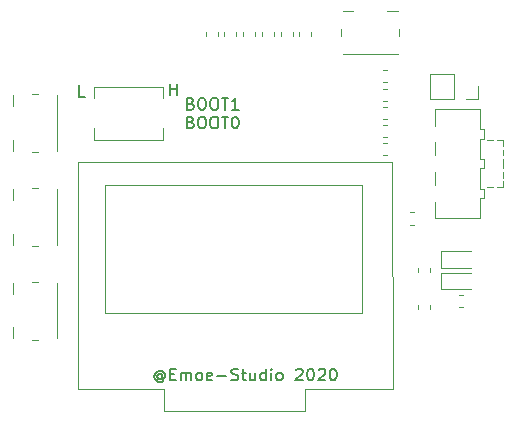
<source format=gbr>
G04 #@! TF.GenerationSoftware,KiCad,Pcbnew,(5.1.5)-2*
G04 #@! TF.CreationDate,2020-06-18T10:42:50+08:00*
G04 #@! TF.ProjectId,EVMeter_V2.0,45564d65-7465-4725-9f56-322e302e6b69,rev?*
G04 #@! TF.SameCoordinates,Original*
G04 #@! TF.FileFunction,Legend,Top*
G04 #@! TF.FilePolarity,Positive*
%FSLAX46Y46*%
G04 Gerber Fmt 4.6, Leading zero omitted, Abs format (unit mm)*
G04 Created by KiCad (PCBNEW (5.1.5)-2) date 2020-06-18 10:42:50*
%MOMM*%
%LPD*%
G04 APERTURE LIST*
%ADD10C,0.150000*%
%ADD11C,0.120000*%
G04 APERTURE END LIST*
D10*
X122682880Y-90971690D02*
X122635261Y-90924071D01*
X122540023Y-90876452D01*
X122444785Y-90876452D01*
X122349547Y-90924071D01*
X122301928Y-90971690D01*
X122254309Y-91066928D01*
X122254309Y-91162166D01*
X122301928Y-91257404D01*
X122349547Y-91305023D01*
X122444785Y-91352642D01*
X122540023Y-91352642D01*
X122635261Y-91305023D01*
X122682880Y-91257404D01*
X122682880Y-90876452D02*
X122682880Y-91257404D01*
X122730500Y-91305023D01*
X122778119Y-91305023D01*
X122873357Y-91257404D01*
X122920976Y-91162166D01*
X122920976Y-90924071D01*
X122825738Y-90781214D01*
X122682880Y-90685976D01*
X122492404Y-90638357D01*
X122301928Y-90685976D01*
X122159071Y-90781214D01*
X122063833Y-90924071D01*
X122016214Y-91114547D01*
X122063833Y-91305023D01*
X122159071Y-91447880D01*
X122301928Y-91543119D01*
X122492404Y-91590738D01*
X122682880Y-91543119D01*
X122825738Y-91447880D01*
X123349547Y-90924071D02*
X123682880Y-90924071D01*
X123825738Y-91447880D02*
X123349547Y-91447880D01*
X123349547Y-90447880D01*
X123825738Y-90447880D01*
X124254309Y-91447880D02*
X124254309Y-90781214D01*
X124254309Y-90876452D02*
X124301928Y-90828833D01*
X124397166Y-90781214D01*
X124540023Y-90781214D01*
X124635261Y-90828833D01*
X124682880Y-90924071D01*
X124682880Y-91447880D01*
X124682880Y-90924071D02*
X124730500Y-90828833D01*
X124825738Y-90781214D01*
X124968595Y-90781214D01*
X125063833Y-90828833D01*
X125111452Y-90924071D01*
X125111452Y-91447880D01*
X125730500Y-91447880D02*
X125635261Y-91400261D01*
X125587642Y-91352642D01*
X125540023Y-91257404D01*
X125540023Y-90971690D01*
X125587642Y-90876452D01*
X125635261Y-90828833D01*
X125730500Y-90781214D01*
X125873357Y-90781214D01*
X125968595Y-90828833D01*
X126016214Y-90876452D01*
X126063833Y-90971690D01*
X126063833Y-91257404D01*
X126016214Y-91352642D01*
X125968595Y-91400261D01*
X125873357Y-91447880D01*
X125730500Y-91447880D01*
X126873357Y-91400261D02*
X126778119Y-91447880D01*
X126587642Y-91447880D01*
X126492404Y-91400261D01*
X126444785Y-91305023D01*
X126444785Y-90924071D01*
X126492404Y-90828833D01*
X126587642Y-90781214D01*
X126778119Y-90781214D01*
X126873357Y-90828833D01*
X126920976Y-90924071D01*
X126920976Y-91019309D01*
X126444785Y-91114547D01*
X127349547Y-91066928D02*
X128111452Y-91066928D01*
X128540023Y-91400261D02*
X128682880Y-91447880D01*
X128920976Y-91447880D01*
X129016214Y-91400261D01*
X129063833Y-91352642D01*
X129111452Y-91257404D01*
X129111452Y-91162166D01*
X129063833Y-91066928D01*
X129016214Y-91019309D01*
X128920976Y-90971690D01*
X128730500Y-90924071D01*
X128635261Y-90876452D01*
X128587642Y-90828833D01*
X128540023Y-90733595D01*
X128540023Y-90638357D01*
X128587642Y-90543119D01*
X128635261Y-90495500D01*
X128730500Y-90447880D01*
X128968595Y-90447880D01*
X129111452Y-90495500D01*
X129397166Y-90781214D02*
X129778119Y-90781214D01*
X129540023Y-90447880D02*
X129540023Y-91305023D01*
X129587642Y-91400261D01*
X129682880Y-91447880D01*
X129778119Y-91447880D01*
X130540023Y-90781214D02*
X130540023Y-91447880D01*
X130111452Y-90781214D02*
X130111452Y-91305023D01*
X130159071Y-91400261D01*
X130254309Y-91447880D01*
X130397166Y-91447880D01*
X130492404Y-91400261D01*
X130540023Y-91352642D01*
X131444785Y-91447880D02*
X131444785Y-90447880D01*
X131444785Y-91400261D02*
X131349547Y-91447880D01*
X131159071Y-91447880D01*
X131063833Y-91400261D01*
X131016214Y-91352642D01*
X130968595Y-91257404D01*
X130968595Y-90971690D01*
X131016214Y-90876452D01*
X131063833Y-90828833D01*
X131159071Y-90781214D01*
X131349547Y-90781214D01*
X131444785Y-90828833D01*
X131920976Y-91447880D02*
X131920976Y-90781214D01*
X131920976Y-90447880D02*
X131873357Y-90495500D01*
X131920976Y-90543119D01*
X131968595Y-90495500D01*
X131920976Y-90447880D01*
X131920976Y-90543119D01*
X132540023Y-91447880D02*
X132444785Y-91400261D01*
X132397166Y-91352642D01*
X132349547Y-91257404D01*
X132349547Y-90971690D01*
X132397166Y-90876452D01*
X132444785Y-90828833D01*
X132540023Y-90781214D01*
X132682880Y-90781214D01*
X132778119Y-90828833D01*
X132825738Y-90876452D01*
X132873357Y-90971690D01*
X132873357Y-91257404D01*
X132825738Y-91352642D01*
X132778119Y-91400261D01*
X132682880Y-91447880D01*
X132540023Y-91447880D01*
X134016214Y-90543119D02*
X134063833Y-90495500D01*
X134159071Y-90447880D01*
X134397166Y-90447880D01*
X134492404Y-90495500D01*
X134540023Y-90543119D01*
X134587642Y-90638357D01*
X134587642Y-90733595D01*
X134540023Y-90876452D01*
X133968595Y-91447880D01*
X134587642Y-91447880D01*
X135206690Y-90447880D02*
X135301928Y-90447880D01*
X135397166Y-90495500D01*
X135444785Y-90543119D01*
X135492404Y-90638357D01*
X135540023Y-90828833D01*
X135540023Y-91066928D01*
X135492404Y-91257404D01*
X135444785Y-91352642D01*
X135397166Y-91400261D01*
X135301928Y-91447880D01*
X135206690Y-91447880D01*
X135111452Y-91400261D01*
X135063833Y-91352642D01*
X135016214Y-91257404D01*
X134968595Y-91066928D01*
X134968595Y-90828833D01*
X135016214Y-90638357D01*
X135063833Y-90543119D01*
X135111452Y-90495500D01*
X135206690Y-90447880D01*
X135920976Y-90543119D02*
X135968595Y-90495500D01*
X136063833Y-90447880D01*
X136301928Y-90447880D01*
X136397166Y-90495500D01*
X136444785Y-90543119D01*
X136492404Y-90638357D01*
X136492404Y-90733595D01*
X136444785Y-90876452D01*
X135873357Y-91447880D01*
X136492404Y-91447880D01*
X137111452Y-90447880D02*
X137206690Y-90447880D01*
X137301928Y-90495500D01*
X137349547Y-90543119D01*
X137397166Y-90638357D01*
X137444785Y-90828833D01*
X137444785Y-91066928D01*
X137397166Y-91257404D01*
X137349547Y-91352642D01*
X137301928Y-91400261D01*
X137206690Y-91447880D01*
X137111452Y-91447880D01*
X137016214Y-91400261D01*
X136968595Y-91352642D01*
X136920976Y-91257404D01*
X136873357Y-91066928D01*
X136873357Y-90828833D01*
X136920976Y-90638357D01*
X136968595Y-90543119D01*
X137016214Y-90495500D01*
X137111452Y-90447880D01*
X125103166Y-68000571D02*
X125246023Y-68048190D01*
X125293642Y-68095809D01*
X125341261Y-68191047D01*
X125341261Y-68333904D01*
X125293642Y-68429142D01*
X125246023Y-68476761D01*
X125150785Y-68524380D01*
X124769833Y-68524380D01*
X124769833Y-67524380D01*
X125103166Y-67524380D01*
X125198404Y-67572000D01*
X125246023Y-67619619D01*
X125293642Y-67714857D01*
X125293642Y-67810095D01*
X125246023Y-67905333D01*
X125198404Y-67952952D01*
X125103166Y-68000571D01*
X124769833Y-68000571D01*
X125960309Y-67524380D02*
X126150785Y-67524380D01*
X126246023Y-67572000D01*
X126341261Y-67667238D01*
X126388880Y-67857714D01*
X126388880Y-68191047D01*
X126341261Y-68381523D01*
X126246023Y-68476761D01*
X126150785Y-68524380D01*
X125960309Y-68524380D01*
X125865071Y-68476761D01*
X125769833Y-68381523D01*
X125722214Y-68191047D01*
X125722214Y-67857714D01*
X125769833Y-67667238D01*
X125865071Y-67572000D01*
X125960309Y-67524380D01*
X127007928Y-67524380D02*
X127198404Y-67524380D01*
X127293642Y-67572000D01*
X127388880Y-67667238D01*
X127436500Y-67857714D01*
X127436500Y-68191047D01*
X127388880Y-68381523D01*
X127293642Y-68476761D01*
X127198404Y-68524380D01*
X127007928Y-68524380D01*
X126912690Y-68476761D01*
X126817452Y-68381523D01*
X126769833Y-68191047D01*
X126769833Y-67857714D01*
X126817452Y-67667238D01*
X126912690Y-67572000D01*
X127007928Y-67524380D01*
X127722214Y-67524380D02*
X128293642Y-67524380D01*
X128007928Y-68524380D02*
X128007928Y-67524380D01*
X129150785Y-68524380D02*
X128579357Y-68524380D01*
X128865071Y-68524380D02*
X128865071Y-67524380D01*
X128769833Y-67667238D01*
X128674595Y-67762476D01*
X128579357Y-67810095D01*
X125103166Y-69588071D02*
X125246023Y-69635690D01*
X125293642Y-69683309D01*
X125341261Y-69778547D01*
X125341261Y-69921404D01*
X125293642Y-70016642D01*
X125246023Y-70064261D01*
X125150785Y-70111880D01*
X124769833Y-70111880D01*
X124769833Y-69111880D01*
X125103166Y-69111880D01*
X125198404Y-69159500D01*
X125246023Y-69207119D01*
X125293642Y-69302357D01*
X125293642Y-69397595D01*
X125246023Y-69492833D01*
X125198404Y-69540452D01*
X125103166Y-69588071D01*
X124769833Y-69588071D01*
X125960309Y-69111880D02*
X126150785Y-69111880D01*
X126246023Y-69159500D01*
X126341261Y-69254738D01*
X126388880Y-69445214D01*
X126388880Y-69778547D01*
X126341261Y-69969023D01*
X126246023Y-70064261D01*
X126150785Y-70111880D01*
X125960309Y-70111880D01*
X125865071Y-70064261D01*
X125769833Y-69969023D01*
X125722214Y-69778547D01*
X125722214Y-69445214D01*
X125769833Y-69254738D01*
X125865071Y-69159500D01*
X125960309Y-69111880D01*
X127007928Y-69111880D02*
X127198404Y-69111880D01*
X127293642Y-69159500D01*
X127388880Y-69254738D01*
X127436500Y-69445214D01*
X127436500Y-69778547D01*
X127388880Y-69969023D01*
X127293642Y-70064261D01*
X127198404Y-70111880D01*
X127007928Y-70111880D01*
X126912690Y-70064261D01*
X126817452Y-69969023D01*
X126769833Y-69778547D01*
X126769833Y-69445214D01*
X126817452Y-69254738D01*
X126912690Y-69159500D01*
X127007928Y-69111880D01*
X127722214Y-69111880D02*
X128293642Y-69111880D01*
X128007928Y-70111880D02*
X128007928Y-69111880D01*
X128817452Y-69111880D02*
X128912690Y-69111880D01*
X129007928Y-69159500D01*
X129055547Y-69207119D01*
X129103166Y-69302357D01*
X129150785Y-69492833D01*
X129150785Y-69730928D01*
X129103166Y-69921404D01*
X129055547Y-70016642D01*
X129007928Y-70064261D01*
X128912690Y-70111880D01*
X128817452Y-70111880D01*
X128722214Y-70064261D01*
X128674595Y-70016642D01*
X128626976Y-69921404D01*
X128579357Y-69730928D01*
X128579357Y-69492833D01*
X128626976Y-69302357D01*
X128674595Y-69207119D01*
X128722214Y-69159500D01*
X128817452Y-69111880D01*
X123348785Y-67317880D02*
X123348785Y-66317880D01*
X123348785Y-66794071D02*
X123920214Y-66794071D01*
X123920214Y-67317880D02*
X123920214Y-66317880D01*
X116133523Y-67444880D02*
X115657333Y-67444880D01*
X115657333Y-66444880D01*
D11*
X116934500Y-67569000D02*
X116934500Y-66569000D01*
X122734500Y-66569000D02*
X116934500Y-66569000D01*
X122734500Y-67569000D02*
X122734500Y-66569000D01*
X116934500Y-71069000D02*
X116934500Y-70069000D01*
X121234500Y-71069000D02*
X116934500Y-71069000D01*
X122734500Y-71069000D02*
X121234500Y-71069000D01*
X122734500Y-70069000D02*
X122734500Y-71069000D01*
X134300500Y-61940221D02*
X134300500Y-62265779D01*
X135320500Y-61940221D02*
X135320500Y-62265779D01*
X126363000Y-61940221D02*
X126363000Y-62265779D01*
X127383000Y-61940221D02*
X127383000Y-62265779D01*
X144333500Y-85054221D02*
X144333500Y-85379779D01*
X145353500Y-85054221D02*
X145353500Y-85379779D01*
X141378721Y-69344000D02*
X141704279Y-69344000D01*
X141378721Y-68324000D02*
X141704279Y-68324000D01*
X141704279Y-65149000D02*
X141378721Y-65149000D01*
X141704279Y-66169000D02*
X141378721Y-66169000D01*
X146315000Y-81885000D02*
X148800000Y-81885000D01*
X146315000Y-80515000D02*
X146315000Y-81885000D01*
X148800000Y-80515000D02*
X146315000Y-80515000D01*
X146315000Y-83685000D02*
X148800000Y-83685000D01*
X146315000Y-82315000D02*
X146315000Y-83685000D01*
X148800000Y-82315000D02*
X146315000Y-82315000D01*
X149459500Y-66548000D02*
X149459500Y-67608000D01*
X149459500Y-67608000D02*
X148399500Y-67608000D01*
X147399500Y-67608000D02*
X145339500Y-67608000D01*
X145339500Y-65488000D02*
X145339500Y-67608000D01*
X147399500Y-65488000D02*
X145339500Y-65488000D01*
X147399500Y-65488000D02*
X147399500Y-67608000D01*
X148162779Y-84190000D02*
X147837221Y-84190000D01*
X148162779Y-85210000D02*
X147837221Y-85210000D01*
X143988279Y-77226500D02*
X143662721Y-77226500D01*
X143988279Y-78246500D02*
X143662721Y-78246500D01*
X131125500Y-61940221D02*
X131125500Y-62265779D01*
X132145500Y-61940221D02*
X132145500Y-62265779D01*
X132713000Y-61940221D02*
X132713000Y-62265779D01*
X133733000Y-61940221D02*
X133733000Y-62265779D01*
X127950500Y-61940221D02*
X127950500Y-62265779D01*
X128970500Y-61940221D02*
X128970500Y-62265779D01*
X129538000Y-61940221D02*
X129538000Y-62265779D01*
X130558000Y-61940221D02*
X130558000Y-62265779D01*
X141378721Y-72392000D02*
X141704279Y-72392000D01*
X141378721Y-71372000D02*
X141704279Y-71372000D01*
X141704279Y-69848000D02*
X141378721Y-69848000D01*
X141704279Y-70868000D02*
X141378721Y-70868000D01*
X141378721Y-67756500D02*
X141704279Y-67756500D01*
X141378721Y-66736500D02*
X141704279Y-66736500D01*
X144333500Y-81937221D02*
X144333500Y-82262779D01*
X145353500Y-81937221D02*
X145353500Y-82262779D01*
X151500000Y-73500000D02*
X151500000Y-73500000D01*
X151500000Y-72700000D02*
X151500000Y-73500000D01*
X151500000Y-72400000D02*
X151500000Y-72400000D01*
X151500000Y-71900000D02*
X151500000Y-72400000D01*
X151500000Y-73800000D02*
X151500000Y-73800000D01*
X151500000Y-74300000D02*
X151500000Y-73800000D01*
X150200000Y-75100000D02*
X150200000Y-75100000D01*
X150700000Y-75100000D02*
X150200000Y-75100000D01*
X150200000Y-71100000D02*
X150200000Y-71100000D01*
X150700000Y-71100000D02*
X150200000Y-71100000D01*
X151000000Y-71100000D02*
X151000000Y-71100000D01*
X151500000Y-71100000D02*
X151000000Y-71100000D01*
X151500000Y-71600000D02*
X151500000Y-71600000D01*
X151500000Y-71100000D02*
X151500000Y-71600000D01*
X151500000Y-74600000D02*
X151500000Y-74600000D01*
X151500000Y-75100000D02*
X151500000Y-74600000D01*
X151000000Y-75100000D02*
X151000000Y-75100000D01*
X151500000Y-75100000D02*
X151000000Y-75100000D01*
X149600000Y-77700000D02*
X149600000Y-77700000D01*
X149600000Y-76000000D02*
X149600000Y-77700000D01*
X149900000Y-76000000D02*
X149600000Y-76000000D01*
X149900000Y-75200000D02*
X149900000Y-76000000D01*
X149600000Y-75200000D02*
X149900000Y-75200000D01*
X149600000Y-73500000D02*
X149600000Y-75200000D01*
X149900000Y-73500000D02*
X149600000Y-73500000D01*
X149900000Y-72700000D02*
X149900000Y-73500000D01*
X149600000Y-72700000D02*
X149900000Y-72700000D01*
X149600000Y-71000000D02*
X149600000Y-72700000D01*
X149900000Y-71000000D02*
X149600000Y-71000000D01*
X149900000Y-70200000D02*
X149900000Y-71000000D01*
X149600000Y-70200000D02*
X149900000Y-70200000D01*
X149600000Y-68500000D02*
X149600000Y-70200000D01*
X145800000Y-74900000D02*
X145800000Y-74900000D01*
X145800000Y-73800000D02*
X145800000Y-74900000D01*
X145800000Y-72400000D02*
X145800000Y-72400000D01*
X145800000Y-71300000D02*
X145800000Y-72400000D01*
X145800000Y-77700000D02*
X145800000Y-76300000D01*
X149600000Y-77700000D02*
X145800000Y-77700000D01*
X145800000Y-68500000D02*
X149600000Y-68500000D01*
X145800000Y-69900000D02*
X145800000Y-68500000D01*
X110050000Y-86963500D02*
X110050000Y-87888500D01*
X112175000Y-83088500D02*
X111625000Y-83088500D01*
X112175000Y-87988500D02*
X111625000Y-87988500D01*
X113750000Y-83188500D02*
X113750000Y-87888500D01*
X110050000Y-83188500D02*
X110050000Y-84113500D01*
X110050000Y-79025000D02*
X110050000Y-79950000D01*
X112175000Y-75150000D02*
X111625000Y-75150000D01*
X112175000Y-80050000D02*
X111625000Y-80050000D01*
X113750000Y-75250000D02*
X113750000Y-79950000D01*
X110050000Y-75250000D02*
X110050000Y-76175000D01*
X110050000Y-71086500D02*
X110050000Y-72011500D01*
X112175000Y-67211500D02*
X111625000Y-67211500D01*
X112175000Y-72111500D02*
X111625000Y-72111500D01*
X113750000Y-67311500D02*
X113750000Y-72011500D01*
X110050000Y-67311500D02*
X110050000Y-68236500D01*
X138875000Y-60150000D02*
X137950000Y-60150000D01*
X142750000Y-62275000D02*
X142750000Y-61725000D01*
X137850000Y-62275000D02*
X137850000Y-61725000D01*
X142650000Y-63850000D02*
X137950000Y-63850000D01*
X142650000Y-60150000D02*
X141725000Y-60150000D01*
X139620600Y-85766600D02*
X117876600Y-85766600D01*
X117876600Y-74902600D02*
X117876600Y-85766600D01*
X139620600Y-74902600D02*
X117876600Y-74902600D01*
X139620600Y-74902600D02*
X139620600Y-85766600D01*
X142195400Y-92174600D02*
X134740600Y-92174600D01*
X122840600Y-92174600D02*
X115525400Y-92174600D01*
X134740600Y-92174600D02*
X134740600Y-94054200D01*
X122840600Y-94054200D02*
X134740600Y-94054200D01*
X122840600Y-92174600D02*
X122840600Y-94054200D01*
X142170000Y-72972200D02*
X115525400Y-72946800D01*
X142195400Y-92149200D02*
X142170000Y-72972200D01*
X115525400Y-72946800D02*
X115525400Y-92174600D01*
M02*

</source>
